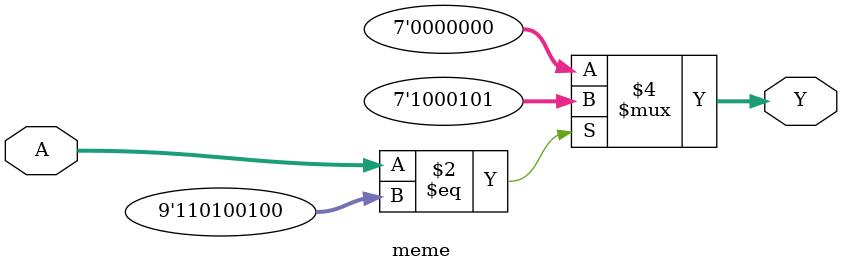
<source format=v>
`timescale 1ns / 1ps

module meme(

    input [8:0] A,
    output reg [6:0] Y);
	
    always @(*)
        if(A == 420)
	    Y = 69;
	else
	    Y = 0;	
endmodule

</source>
